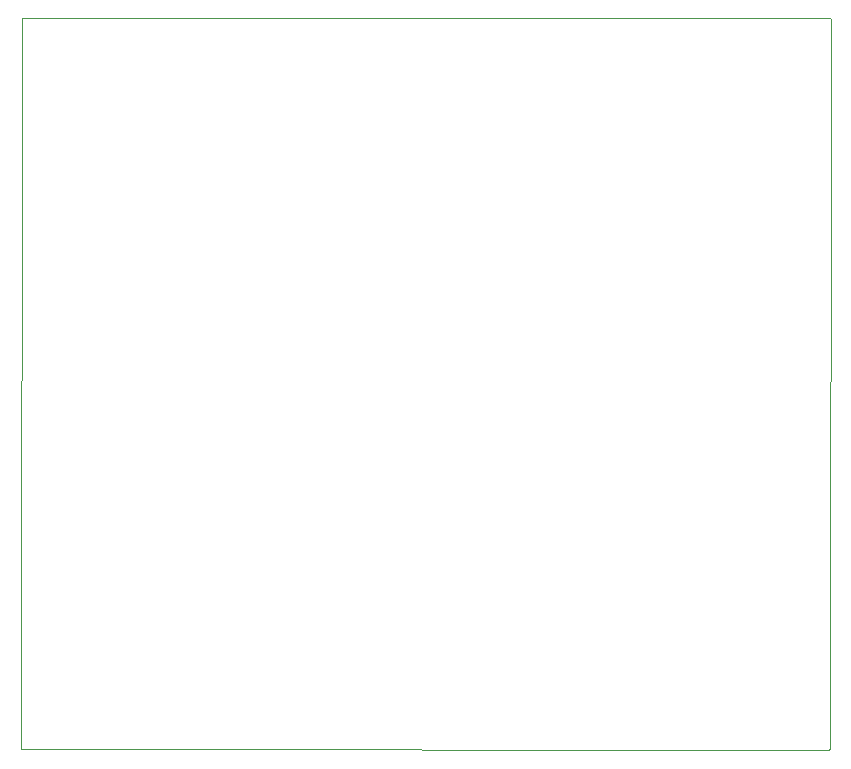
<source format=gko>
G04 Layer_Color=16720538*
%FSLAX24Y24*%
%MOIN*%
G70*
G01*
G75*
%ADD44C,0.0039*%
%ADD45C,0.0039*%
D44*
X49420Y34350D02*
G03*
X49400Y34370I-20J0D01*
G01*
X49420Y34350D02*
G03*
X49400Y34370I-20J0D01*
G01*
X49370Y9980D02*
G03*
X49390Y10000I0J20D01*
G01*
X49370Y9980D02*
G03*
X49390Y10000I0J20D01*
G01*
X22500Y34370D02*
G03*
X22480Y34350I0J-20D01*
G01*
X22500Y34370D02*
G03*
X22480Y34350I0J-20D01*
G01*
X22430Y10050D02*
G03*
X22450Y10030I20J-0D01*
G01*
X22430Y10050D02*
G03*
X22450Y10030I20J-0D01*
G01*
X49390Y10000D02*
X49420Y34350D01*
X22500Y34370D02*
X49400D01*
X22430Y10050D02*
X22480Y34350D01*
X22450Y10030D02*
X49370Y9980D01*
D45*
X49420Y34350D02*
D03*
D03*
X49390Y10000D02*
D03*
M02*

</source>
